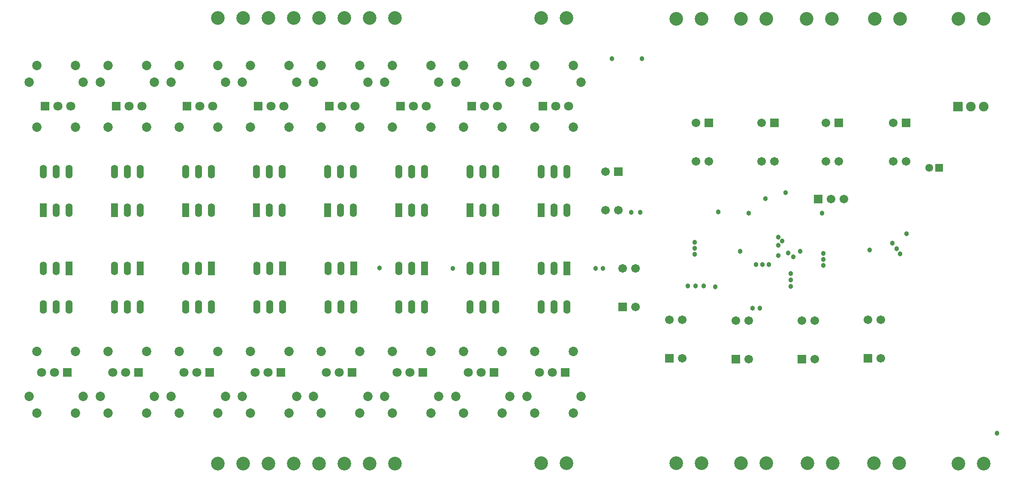
<source format=gbs>
%FSDAX24Y24*%
%MOIN*%
%SFA1B1*%

%IPPOS*%
%ADD70C,0.106400*%
%ADD71C,0.067100*%
%ADD72R,0.067100X0.067100*%
%ADD73C,0.073000*%
%ADD74C,0.071000*%
%ADD75R,0.071000X0.071000*%
%ADD76O,0.055200X0.106400*%
%ADD77R,0.055200X0.106400*%
%ADD78R,0.067100X0.067100*%
%ADD79R,0.061100X0.061100*%
%ADD80C,0.061100*%
%ADD81C,0.074900*%
%ADD82R,0.074900X0.074900*%
%ADD83C,0.038000*%
%LNde-020224-1*%
%LPD*%
G54D70*
X085268Y012350D03*
X083300D03*
X071547Y012400D03*
X073516D03*
X066397D03*
X068366D03*
X025710Y012350D03*
X027679D03*
X029647D03*
X031616D03*
X033584D03*
X035553D03*
X039490D03*
X037521D03*
X050866Y012400D03*
X052834D03*
X061347D03*
X063316D03*
X050866Y047050D03*
X052834D03*
X063319Y047000D03*
X061350D03*
X068353D03*
X066384D03*
X073468D03*
X071500D03*
X078753D03*
X076784D03*
X085268D03*
X083300D03*
X039490Y047050D03*
X037521D03*
X035553D03*
X033584D03*
X031616D03*
X029647D03*
X025710D03*
X027679D03*
X076732Y012400D03*
X078700D03*
G54D71*
X061831Y023550D03*
X060831D03*
X061831Y020550D03*
X055850Y032100D03*
X056850D03*
X055850Y035100D03*
X073400Y032950D03*
X074400D03*
X058200Y027550D03*
X057200D03*
X058200Y024550D03*
X072132Y023500D03*
X071132D03*
X072132Y020500D03*
X066982Y023500D03*
X065981D03*
X066982Y020500D03*
X077266Y023550D03*
X076266D03*
X077266Y020550D03*
X078218Y035900D03*
X079219D03*
X078218Y038900D03*
X072984Y035900D03*
X073984D03*
X072984Y038900D03*
X067984Y035900D03*
X068984D03*
X067984Y038900D03*
X062884Y035900D03*
X063884D03*
X062884Y038900D03*
G54D72*
X060831Y020550D03*
X056850Y035100D03*
X057200Y024550D03*
X071132Y020500D03*
X065981D03*
X076266Y020550D03*
X079219Y038900D03*
X073984D03*
X068984D03*
X063884D03*
G54D73*
X053350Y016300D03*
X050350D03*
X053956Y017600D03*
X049744D03*
X053350Y021100D03*
X050350D03*
X044216Y042050D03*
X048428D03*
X044822Y043350D03*
X047822D03*
X039294D03*
X042294D03*
X038688Y042050D03*
X042901D03*
X033160D03*
X037373D03*
X028239Y038550D03*
X031239D03*
X033767D03*
X036767D03*
X039294D03*
X042294D03*
X044822D03*
X047822D03*
X033767Y043350D03*
X036767D03*
X028239D03*
X031239D03*
X027632Y042050D03*
X031845D03*
X022711Y038550D03*
X025711D03*
X022711Y043350D03*
X025711D03*
X017183D03*
X020183D03*
X016577Y042050D03*
X020789D03*
X022105D03*
X026317D03*
X017183Y038550D03*
X020183D03*
X011655D03*
X014655D03*
X011049Y042050D03*
X015262D03*
X011655Y043350D03*
X014655D03*
Y016300D03*
X011655D03*
X015262Y017600D03*
X011049D03*
X014655Y021100D03*
X011655D03*
X020183Y016300D03*
X017183D03*
X020789Y017600D03*
X016577D03*
X020183Y021100D03*
X017183D03*
X025711Y016300D03*
X022711D03*
X026317Y017600D03*
X022105D03*
X025711Y021100D03*
X022711D03*
X031239Y016300D03*
X028239D03*
X031845Y017600D03*
X027632D03*
X031239Y021100D03*
X028239D03*
X036767D03*
X033767D03*
X036767Y016300D03*
X033767D03*
X037373Y017600D03*
X033160D03*
X042294Y016300D03*
X039294D03*
X042901Y017600D03*
X038688D03*
X042294Y021100D03*
X039294D03*
X047822Y016300D03*
X044822D03*
X048428Y017600D03*
X044216D03*
X047822Y021100D03*
X044822D03*
X050350Y038550D03*
X053350D03*
X050350Y043350D03*
X053350D03*
X049744Y042050D03*
X053956D03*
G54D74*
X050727Y019450D03*
X051727D03*
X047445Y040200D03*
X046445D03*
X041917D03*
X040917D03*
X036390D03*
X035390D03*
X030862D03*
X029862D03*
X025334D03*
X024334D03*
X019806D03*
X018806D03*
X014278D03*
X013278D03*
X012032Y019450D03*
X013032D03*
X017560D03*
X018560D03*
X023088D03*
X024088D03*
X028616D03*
X029616D03*
X034144D03*
X035144D03*
X039671D03*
X040671D03*
X045199D03*
X046199D03*
X052973Y040200D03*
X051973D03*
G54D75*
X052727Y019450D03*
X045445Y040200D03*
X039917D03*
X034390D03*
X028862D03*
X023334D03*
X017806D03*
X012278D03*
X014032Y019450D03*
X019560D03*
X025088D03*
X030616D03*
X036144D03*
X041671D03*
X047199D03*
X050973Y040200D03*
G54D76*
X052845Y035100D03*
X051845D03*
X050845D03*
X052845Y032100D03*
X051845D03*
X047317Y035100D03*
X046317D03*
X045317D03*
X047317Y032100D03*
X046317D03*
X041789Y035100D03*
X040789D03*
X039789D03*
X041789Y032100D03*
X040789D03*
X030733Y035100D03*
X029733D03*
X028733D03*
X030733Y032100D03*
X029733D03*
X025206Y035100D03*
X024206D03*
X023206D03*
X025206Y032100D03*
X024206D03*
X019678Y035100D03*
X018678D03*
X017678D03*
X019678Y032100D03*
X018678D03*
X012161Y024550D03*
X013161D03*
X014161D03*
X012161Y027550D03*
X013161D03*
X017688Y024550D03*
X018688D03*
X019688D03*
X017688Y027550D03*
X018688D03*
X023216Y024550D03*
X024216D03*
X025216D03*
X023216Y027550D03*
X024216D03*
X028744Y024550D03*
X029744D03*
X030744D03*
X028744Y027550D03*
X029744D03*
X034272Y024550D03*
X035272D03*
X036272D03*
X034272Y027550D03*
X035272D03*
X045328Y024550D03*
X046328D03*
X047327D03*
X045328Y027550D03*
X046328D03*
X050855Y024550D03*
X051855D03*
X052855D03*
X050855Y027550D03*
X051855D03*
X039800Y024550D03*
X040800D03*
X041800D03*
X039800Y027550D03*
X040800D03*
X036261Y035100D03*
X035261D03*
X034261D03*
X036261Y032100D03*
X035261D03*
X014150Y035100D03*
X013150D03*
X012150D03*
X014150Y032100D03*
X013150D03*
G54D77*
X050845Y032100D03*
X045317D03*
X039789D03*
X028733D03*
X023206D03*
X017678D03*
X014161Y027550D03*
X019688D03*
X025216D03*
X030744D03*
X036272D03*
X047327D03*
X052855D03*
X041800D03*
X034261Y032100D03*
X012150D03*
G54D78*
X072400Y032950D03*
G54D79*
X081800Y035400D03*
G54D80*
X081013Y035400D03*
G54D81*
X085250Y040167D03*
X084250D03*
G54D82*
X083250Y040167D03*
G54D83*
X066315Y028900D03*
X069300Y030000D03*
X069600Y029700D03*
X069300Y029350D03*
X078150Y029525D03*
X078500Y029075D03*
X078750Y028675D03*
X057850Y031925D03*
X055100Y027550D03*
X058550Y031925D03*
X055650Y027550D03*
X067550Y027850D03*
X068050D03*
X068550D03*
X069300Y028550D03*
X070050Y028750D03*
X070250Y027150D03*
X070450Y028450D03*
X070250Y026150D03*
X062800Y029125D03*
Y029600D03*
Y028650D03*
X071000Y028900D03*
X067850Y024450D03*
X067300D03*
X043975Y027550D03*
X038300Y027575D03*
X076400Y029000D03*
X072800Y027800D03*
Y028250D03*
Y028711D03*
X064400Y026125D03*
X070250Y026650D03*
X062250Y026175D03*
X062850D03*
X063500D03*
X056350Y043900D03*
X058700D03*
X067000Y031850D03*
X072700D03*
X079250Y030250D03*
X086300Y014725D03*
X064625Y031950D03*
X069850Y033450D03*
X068300Y033000D03*
M02*
</source>
